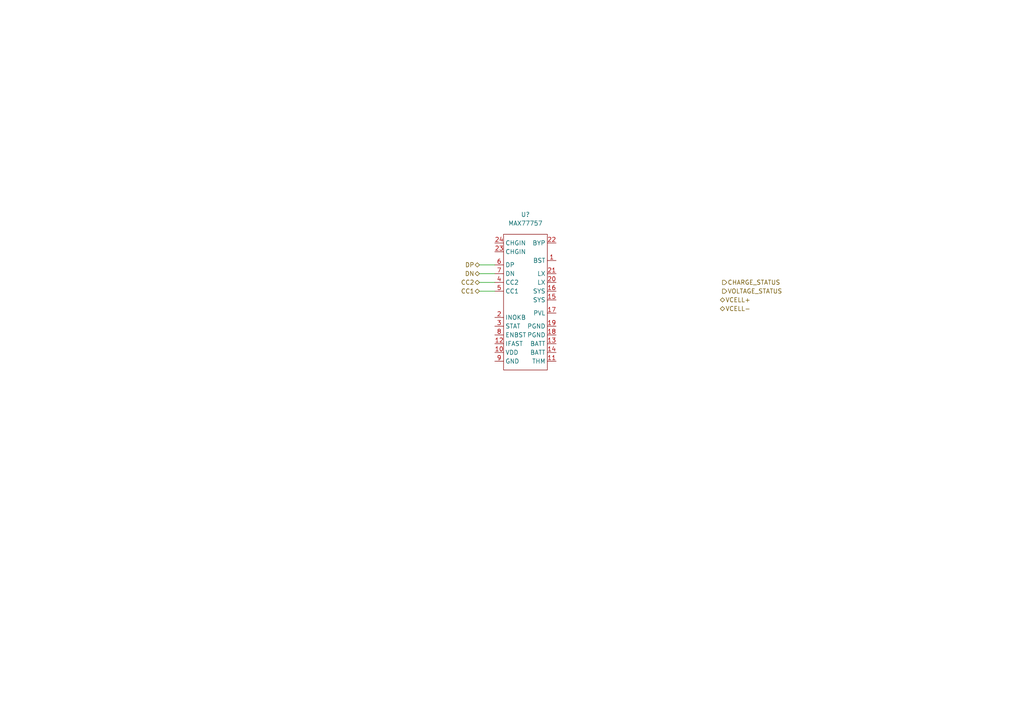
<source format=kicad_sch>
(kicad_sch (version 20211123) (generator eeschema)
  (paper "A4")
  (lib_symbols
    (symbol "314_power_management_ic:MAX77757"
      (property "Reference" "U?" (at -5.08 20.32 0))
      (property "Value" "MAX77757" (at 0 1.27 90))
      (symbol "MAX77757_0_1"
        (rectangle (start -6.35 19.05) (end 6.35 -20.32))
      )
      (symbol "MAX77757_1_1"
        (pin power_out line (at 8.89 11.43 180) (length 2.54) (name "BST") (number "1"))
        (pin power_out line (at -8.89 -15.24 0) (length 2.54) (name "VDD") (number "10"))
        (pin input line (at 8.89 -17.78 180) (length 2.54) (name "THM") (number "11"))
        (pin passive line (at -8.89 -12.7 0) (length 2.54) (name "IFAST") (number "12"))
        (pin power_out line (at 8.89 -12.7 180) (length 2.54) (name "BATT") (number "13"))
        (pin power_out line (at 8.89 -15.24 180) (length 2.54) (name "BATT") (number "14"))
        (pin power_in line (at 8.89 0 180) (length 2.54) (name "SYS") (number "15"))
        (pin power_in line (at 8.89 2.54 180) (length 2.54) (name "SYS") (number "16"))
        (pin power_out line (at 8.89 -3.81 180) (length 2.54) (name "PVL") (number "17"))
        (pin power_out line (at 8.89 -10.16 180) (length 2.54) (name "PGND") (number "18"))
        (pin power_out line (at 8.89 -7.62 180) (length 2.54) (name "PGND") (number "19"))
        (pin open_collector line (at -8.89 -5.08 0) (length 2.54) (name "INOKB") (number "2"))
        (pin bidirectional line (at 8.89 5.08 180) (length 2.54) (name "LX") (number "20"))
        (pin bidirectional line (at 8.89 7.62 180) (length 2.54) (name "LX") (number "21"))
        (pin bidirectional line (at 8.89 16.51 180) (length 2.54) (name "BYP") (number "22"))
        (pin power_in line (at -8.89 13.97 0) (length 2.54) (name "CHGIN") (number "23"))
        (pin power_in line (at -8.89 16.51 0) (length 2.54) (name "CHGIN") (number "24"))
        (pin open_collector line (at -8.89 -7.62 0) (length 2.54) (name "STAT") (number "3"))
        (pin bidirectional line (at -8.89 5.08 0) (length 2.54) (name "CC2") (number "4"))
        (pin bidirectional line (at -8.89 2.54 0) (length 2.54) (name "CC1") (number "5"))
        (pin bidirectional line (at -8.89 10.16 0) (length 2.54) (name "DP") (number "6"))
        (pin bidirectional line (at -8.89 7.62 0) (length 2.54) (name "DN") (number "7"))
        (pin input line (at -8.89 -10.16 0) (length 2.54) (name "ENBST") (number "8"))
        (pin power_out line (at -8.89 -17.78 0) (length 2.54) (name "GND") (number "9"))
      )
    )
  )
  (wire (pts (xy 139.065 84.455) (xy 143.51 84.455)))
  (wire (pts (xy 139.065 76.835) (xy 143.51 76.835)))
  (wire (pts (xy 139.065 81.915) (xy 143.51 81.915)))
  (wire (pts (xy 139.065 79.375) (xy 143.51 79.375)))
  (hierarchical_label "DN" (shape bidirectional) (at 139.065 79.375 180))
  (hierarchical_label "DP" (shape bidirectional) (at 139.065 76.835 180))
  (hierarchical_label "VCELL-" (shape bidirectional) (at 208.915 89.535 0))
  (hierarchical_label "VCELL+" (shape bidirectional) (at 208.915 86.995 0))
  (hierarchical_label "CC2" (shape bidirectional) (at 139.065 81.915 180))
  (hierarchical_label "VOLTAGE_STATUS" (shape output) (at 209.55 84.455 0))
  (hierarchical_label "CC1" (shape bidirectional) (at 139.065 84.455 180))
  (hierarchical_label "CHARGE_STATUS" (shape output) (at 209.55 81.915 0))
  (symbol (lib_id "314_power_management_ic:MAX77757") (at 152.4 86.995 0) (unit 1)
    (property "Reference" "U?" (at 152.4 62.23 0))
    (property "Value" "MAX77757" (at 152.4 64.77 0))
    (property "Footprint" "314_PMIC:FC2QFN-24_3x3mm_P0.4mm" (effects hide))
  )
)
</source>
